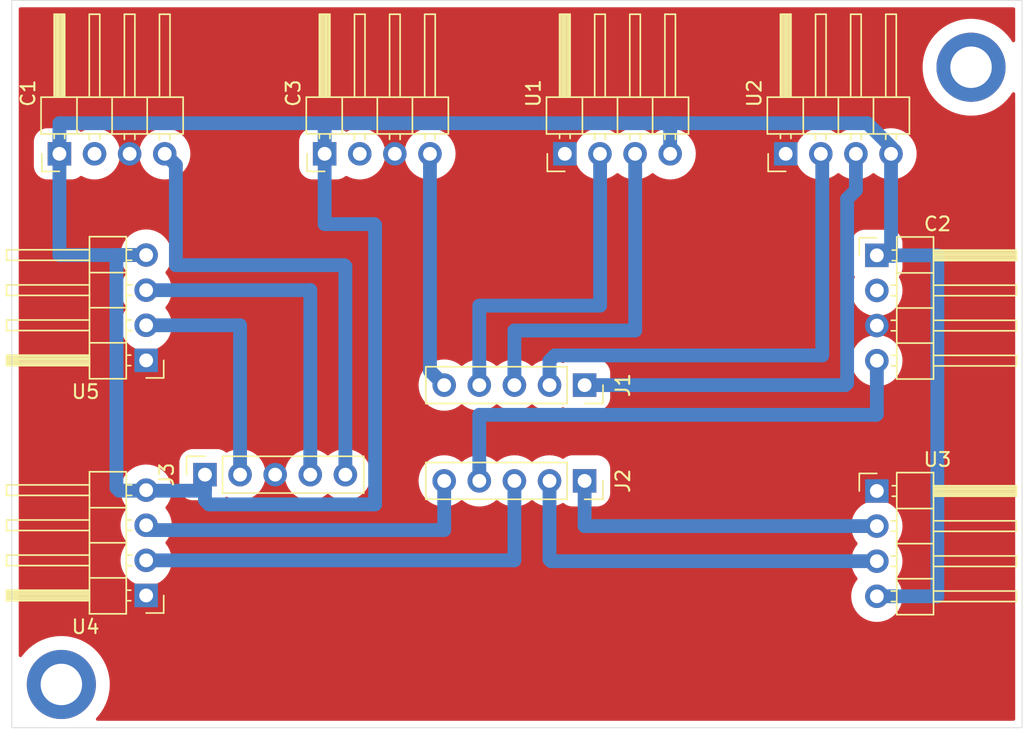
<source format=kicad_pcb>
(kicad_pcb (version 20240108) (generator "pcbnew") (generator_version "8.0")
  (layers (0 "F.Cu" signal) (31 "B.Cu" signal) (34 "B.Paste" user) (35 "F.Paste" user) (36 "B.SilkS" user "B.Silkscreen") (37 "F.SilkS" user "F.Silkscreen") (38 "B.Mask" user) (39 "F.Mask" user) (44 "Edge.Cuts" user))
  (net 0 "")
  (net 1 "CNY1")
  (net 3 "GND")
  (net 4 "+5V")
  (net 6 "CNY2")
  (net 8 "CNY3")
  (net 9 "TRIG1")
  (net 10 "ECHO1")
  (net 11 "ECHO2")
  (net 12 "TRIG2")
  (net 13 "TRIG3")
  (net 14 "ECHO3")
  (net 15 "ECHO4")
  (net 16 "TRIG4")
  (net 17 "TRIG5")
  (net 18 "ECHO5")
  (footprint "Connector_PinHeader_2.54mm:PinHeader_1x04_P2.54mm_Horizontal" (layer "F.Cu") (at 257.205 65.63)
    (property "Reference" "U3" (at 4.385 -2.27 360) (layer "F.SilkS"))
    (property "Value" "ULTRASONICO3")
    (fp_line (start -1.27 -1.27) (end 0 -1.27) (stroke (width 0.12)) (layer "F.SilkS"))
    (fp_line (start -1.27 0) (end -1.27 -1.27) (stroke (width 0.12)) (layer "F.SilkS"))
    (fp_line (start 1.042929 2.16) (end 1.44 2.16) (stroke (width 0.12)) (layer "F.SilkS"))
    (fp_line (start 1.042929 2.92) (end 1.44 2.92) (stroke (width 0.12)) (layer "F.SilkS"))
    (fp_line (start 1.042929 4.7) (end 1.44 4.7) (stroke (width 0.12)) (layer "F.SilkS"))
    (fp_line (start 1.042929 5.46) (end 1.44 5.46) (stroke (width 0.12)) (layer "F.SilkS"))
    (fp_line (start 1.042929 7.24) (end 1.44 7.24) (stroke (width 0.12)) (layer "F.SilkS"))
    (fp_line (start 1.042929 8) (end 1.44 8) (stroke (width 0.12)) (layer "F.SilkS"))
    (fp_line (start 1.11 -0.38) (end 1.44 -0.38) (stroke (width 0.12)) (layer "F.SilkS"))
    (fp_line (start 1.11 0.38) (end 1.44 0.38) (stroke (width 0.12)) (layer "F.SilkS"))
    (fp_line (start 1.44 -1.33) (end 1.44 8.95) (stroke (width 0.12)) (layer "F.SilkS"))
    (fp_line (start 1.44 1.27) (end 4.1 1.27) (stroke (width 0.12)) (layer "F.SilkS"))
    (fp_line (start 1.44 3.81) (end 4.1 3.81) (stroke (width 0.12)) (layer "F.SilkS"))
    (fp_line (start 1.44 6.35) (end 4.1 6.35) (stroke (width 0.12)) (layer "F.SilkS"))
    (fp_line (start 1.44 8.95) (end 4.1 8.95) (stroke (width 0.12)) (layer "F.SilkS"))
    (fp_line (start 4.1 -1.33) (end 1.44 -1.33) (stroke (width 0.12)) (layer "F.SilkS"))
    (fp_line (start 4.1 -0.38) (end 10.1 -0.38) (stroke (width 0.12)) (layer "F.SilkS"))
    (fp_line (start 4.1 -0.32) (end 10.1 -0.32) (stroke (width 0.12)) (layer "F.SilkS"))
    (fp_line (start 4.1 -0.2) (end 10.1 -0.2) (stroke (width 0.12)) (layer "F.SilkS"))
    (fp_line (start 4.1 -0.08) (end 10.1 -0.08) (stroke (width 0.12)) (layer "F.SilkS"))
    (fp_line (start 4.1 0.04) (end 10.1 0.04) (stroke (width 0.12)) (layer "F.SilkS"))
    (fp_line (start 4.1 0.16) (end 10.1 0.16) (stroke (width 0.12)) (layer "F.SilkS"))
    (fp_line (start 4.1 0.28) (end 10.1 0.28) (stroke (width 0.12)) (layer "F.SilkS"))
    (fp_line (start 4.1 2.16) (end 10.1 2.16) (stroke (width 0.12)) (layer "F.SilkS"))
    (fp_line (start 4.1 4.7) (end 10.1 4.7) (stroke (width 0.12)) (layer "F.SilkS"))
    (fp_line (start 4.1 7.24) (end 10.1 7.24) (stroke (width 0.12)) (layer "F.SilkS"))
    (fp_line (start 4.1 8.95) (end 4.1 -1.33) (stroke (width 0.12)) (layer "F.SilkS"))
    (fp_line (start 10.1 -0.38) (end 10.1 0.38) (stroke (width 0.12)) (layer "F.SilkS"))
    (fp_line (start 10.1 0.38) (end 4.1 0.38) (stroke (width 0.12)) (layer "F.SilkS"))
    (fp_line (start 10.1 2.16) (end 10.1 2.92) (stroke (width 0.12)) (layer "F.SilkS"))
    (fp_line (start 10.1 2.92) (end 4.1 2.92) (stroke (width 0.12)) (layer "F.SilkS"))
    (fp_line (start 10.1 4.7) (end 10.1 5.46) (stroke (width 0.12)) (layer "F.SilkS"))
    (fp_line (start 10.1 5.46) (end 4.1 5.46) (stroke (width 0.12)) (layer "F.SilkS"))
    (fp_line (start 10.1 7.24) (end 10.1 8) (stroke (width 0.12)) (layer "F.SilkS"))
    (fp_line (start 10.1 8) (end 4.1 8) (stroke (width 0.12)) (layer "F.SilkS"))
    (pad "1" thru_hole rect (at 0 0) (size 1.7 1.7) (drill 1) (layers "*.Cu" "*.Mask") (net 3 "GND"))
    (pad "2" thru_hole oval (at 0 2.54) (size 1.7 1.7) (drill 1) (layers "*.Cu" "*.Mask") (net 14 "ECHO3"))
    (pad "3" thru_hole oval (at 0 5.08) (size 1.7 1.7) (drill 1) (layers "*.Cu" "*.Mask") (net 13 "TRIG3"))
    (pad "4" thru_hole oval (at 0 7.62) (size 1.7 1.7) (drill 1) (layers "*.Cu" "*.Mask") (net 4 "+5V"))
  )
  (footprint "Connector_PinHeader_2.54mm:PinHeader_1x04_P2.54mm_Horizontal" (layer "F.Cu") (at 204.335 73.19 180)
    (property "Reference" "U4" (at 4.385 -2.27 180) (layer "F.SilkS"))
    (property "Value" "ULTRASONICO4")
    (fp_line (start 10.1 8) (end 4.1 8) (stroke (width 0.12)) (layer "F.SilkS"))
    (fp_line (start 10.1 7.24) (end 10.1 8) (stroke (width 0.12)) (layer "F.SilkS"))
    (fp_line (start 10.1 5.46) (end 4.1 5.46) (stroke (width 0.12)) (layer "F.SilkS"))
    (fp_line (start 10.1 4.7) (end 10.1 5.46) (stroke (width 0.12)) (layer "F.SilkS"))
    (fp_line (start 10.1 2.92) (end 4.1 2.92) (stroke (width 0.12)) (layer "F.SilkS"))
    (fp_line (start 10.1 2.16) (end 10.1 2.92) (stroke (width 0.12)) (layer "F.SilkS"))
    (fp_line (start 10.1 0.38) (end 4.1 0.38) (stroke (width 0.12)) (layer "F.SilkS"))
    (fp_line (start 10.1 -0.38) (end 10.1 0.38) (stroke (width 0.12)) (layer "F.SilkS"))
    (fp_line (start 4.1 8.95) (end 4.1 -1.33) (stroke (width 0.12)) (layer "F.SilkS"))
    (fp_line (start 4.1 7.24) (end 10.1 7.24) (stroke (width 0.12)) (layer "F.SilkS"))
    (fp_line (start 4.1 4.7) (end 10.1 4.7) (stroke (width 0.12)) (layer "F.SilkS"))
    (fp_line (start 4.1 2.16) (end 10.1 2.16) (stroke (width 0.12)) (layer "F.SilkS"))
    (fp_line (start 4.1 0.28) (end 10.1 0.28) (stroke (width 0.12)) (layer "F.SilkS"))
    (fp_line (start 4.1 0.16) (end 10.1 0.16) (stroke (width 0.12)) (layer "F.SilkS"))
    (fp_line (start 4.1 0.04) (end 10.1 0.04) (stroke (width 0.12)) (layer "F.SilkS"))
    (fp_line (start 4.1 -0.08) (end 10.1 -0.08) (stroke (width 0.12)) (layer "F.SilkS"))
    (fp_line (start 4.1 -0.2) (end 10.1 -0.2) (stroke (width 0.12)) (layer "F.SilkS"))
    (fp_line (start 4.1 -0.32) (end 10.1 -0.32) (stroke (width 0.12)) (layer "F.SilkS"))
    (fp_line (start 4.1 -0.38) (end 10.1 -0.38) (stroke (width 0.12)) (layer "F.SilkS"))
    (fp_line (start 4.1 -1.33) (end 1.44 -1.33) (stroke (width 0.12)) (layer "F.SilkS"))
    (fp_line (start 1.44 8.95) (end 4.1 8.95) (stroke (width 0.12)) (layer "F.SilkS"))
    (fp_line (start 1.44 6.35) (end 4.1 6.35) (stroke (width 0.12)) (layer "F.SilkS"))
    (fp_line (start 1.44 3.81) (end 4.1 3.81) (stroke (width 0.12)) (layer "F.SilkS"))
    (fp_line (start 1.44 1.27) (end 4.1 1.27) (stroke (width 0.12)) (layer "F.SilkS"))
    (fp_line (start 1.44 -1.33) (end 1.44 8.95) (stroke (width 0.12)) (layer "F.SilkS"))
    (fp_line (start 1.11 0.38) (end 1.44 0.38) (stroke (width 0.12)) (layer "F.SilkS"))
    (fp_line (start 1.11 -0.38) (end 1.44 -0.38) (stroke (width 0.12)) (layer "F.SilkS"))
    (fp_line (start 1.042929 8) (end 1.44 8) (stroke (width 0.12)) (layer "F.SilkS"))
    (fp_line (start 1.042929 7.24) (end 1.44 7.24) (stroke (width 0.12)) (layer "F.SilkS"))
    (fp_line (start 1.042929 5.46) (end 1.44 5.46) (stroke (width 0.12)) (layer "F.SilkS"))
    (fp_line (start 1.042929 4.7) (end 1.44 4.7) (stroke (width 0.12)) (layer "F.SilkS"))
    (fp_line (start 1.042929 2.92) (end 1.44 2.92) (stroke (width 0.12)) (layer "F.SilkS"))
    (fp_line (start 1.042929 2.16) (end 1.44 2.16) (stroke (width 0.12)) (layer "F.SilkS"))
    (fp_line (start -1.27 0) (end -1.27 -1.27) (stroke (width 0.12)) (layer "F.SilkS"))
    (fp_line (start -1.27 -1.27) (end 0 -1.27) (stroke (width 0.12)) (layer "F.SilkS"))
    (pad "1" thru_hole rect (at 0 0 180) (size 1.7 1.7) (drill 1) (layers "*.Cu" "*.Mask") (net 3 "GND"))
    (pad "2" thru_hole oval (at 0 2.54 180) (size 1.7 1.7) (drill 1) (layers "*.Cu" "*.Mask") (net 15 "ECHO4"))
    (pad "3" thru_hole oval (at 0 5.08 180) (size 1.7 1.7) (drill 1) (layers "*.Cu" "*.Mask") (net 16 "TRIG4"))
    (pad "4" thru_hole oval (at 0 7.62 180) (size 1.7 1.7) (drill 1) (layers "*.Cu" "*.Mask") (net 4 "+5V"))
  )
  (footprint "Connector_PinHeader_2.54mm:PinHeader_1x04_P2.54mm_Horizontal" (layer "F.Cu") (at 234.63 41.235 90)
    (property "Reference" "U1" (at 4.385 -2.27 270) (layer "F.SilkS"))
    (property "Value" "ULTRASONICO1")
    (fp_line (start 4.1 -1.33) (end 1.44 -1.33) (stroke (width 0.12)) (layer "F.SilkS"))
    (fp_line (start 1.44 -1.33) (end 1.44 8.95) (stroke (width 0.12)) (layer "F.SilkS"))
    (fp_line (start -1.27 -1.27) (end 0 -1.27) (stroke (width 0.12)) (layer "F.SilkS"))
    (fp_line (start 10.1 -0.38) (end 10.1 0.38) (stroke (width 0.12)) (layer "F.SilkS"))
    (fp_line (start 4.1 -0.38) (end 10.1 -0.38) (stroke (width 0.12)) (layer "F.SilkS"))
    (fp_line (start 1.11 -0.38) (end 1.44 -0.38) (stroke (width 0.12)) (layer "F.SilkS"))
    (fp_line (start 4.1 -0.32) (end 10.1 -0.32) (stroke (width 0.12)) (layer "F.SilkS"))
    (fp_line (start 4.1 -0.2) (end 10.1 -0.2) (stroke (width 0.12)) (layer "F.SilkS"))
    (fp_line (start 4.1 -0.08) (end 10.1 -0.08) (stroke (width 0.12)) (layer "F.SilkS"))
    (fp_line (start -1.27 0) (end -1.27 -1.27) (stroke (width 0.12)) (layer "F.SilkS"))
    (fp_line (start 4.1 0.04) (end 10.1 0.04) (stroke (width 0.12)) (layer "F.SilkS"))
    (fp_line (start 4.1 0.16) (end 10.1 0.16) (stroke (width 0.12)) (layer "F.SilkS"))
    (fp_line (start 4.1 0.28) (end 10.1 0.28) (stroke (width 0.12)) (layer "F.SilkS"))
    (fp_line (start 10.1 0.38) (end 4.1 0.38) (stroke (width 0.12)) (layer "F.SilkS"))
    (fp_line (start 1.11 0.38) (end 1.44 0.38) (stroke (width 0.12)) (layer "F.SilkS"))
    (fp_line (start 1.44 1.27) (end 4.1 1.27) (stroke (width 0.12)) (layer "F.SilkS"))
    (fp_line (start 10.1 2.16) (end 10.1 2.92) (stroke (width 0.12)) (layer "F.SilkS"))
    (fp_line (start 4.1 2.16) (end 10.1 2.16) (stroke (width 0.12)) (layer "F.SilkS"))
    (fp_line (start 1.042929 2.16) (end 1.44 2.16) (stroke (width 0.12)) (layer "F.SilkS"))
    (fp_line (start 10.1 2.92) (end 4.1 2.92) (stroke (width 0.12)) (layer "F.SilkS"))
    (fp_line (start 1.042929 2.92) (end 1.44 2.92) (stroke (width 0.12)) (layer "F.SilkS"))
    (fp_line (start 1.44 3.81) (end 4.1 3.81) (stroke (width 0.12)) (layer "F.SilkS"))
    (fp_line (start 10.1 4.7) (end 10.1 5.46) (stroke (width 0.12)) (layer "F.SilkS"))
    (fp_line (start 4.1 4.7) (end 10.1 4.7) (stroke (width 0.12)) (layer "F.SilkS"))
    (fp_line (start 1.042929 4.7) (end 1.44 4.7) (stroke (width 0.12)) (layer "F.SilkS"))
    (fp_line (start 10.1 5.46) (end 4.1 5.46) (stroke (width 0.12)) (layer "F.SilkS"))
    (fp_line (start 1.042929 5.46) (end 1.44 5.46) (stroke (width 0.12)) (layer "F.SilkS"))
    (fp_line (start 1.44 6.35) (end 4.1 6.35) (stroke (width 0.12)) (layer "F.SilkS"))
    (fp_line (start 10.1 7.24) (end 10.1 8) (stroke (width 0.12)) (layer "F.SilkS"))
    (fp_line (start 4.1 7.24) (end 10.1 7.24) (stroke (width 0.12)) (layer "F.SilkS"))
    (fp_line (start 1.042929 7.24) (end 1.44 7.24) (stroke (width 0.12)) (layer "F.SilkS"))
    (fp_line (start 10.1 8) (end 4.1 8) (stroke (width 0.12)) (layer "F.SilkS"))
    (fp_line (start 1.042929 8) (end 1.44 8) (stroke (width 0.12)) (layer "F.SilkS"))
    (fp_line (start 4.1 8.95) (end 4.1 -1.33) (stroke (width 0.12)) (layer "F.SilkS"))
    (fp_line (start 1.44 8.95) (end 4.1 8.95) (stroke (width 0.12)) (layer "F.SilkS"))
    (pad "1" thru_hole rect (at 0 0 90) (size 1.7 1.7) (drill 1) (layers "*.Cu" "*.Mask") (net 3 "GND"))
    (pad "2" thru_hole oval (at 0 2.54 90) (size 1.7 1.7) (drill 1) (layers "*.Cu" "*.Mask") (net 10 "ECHO1"))
    (pad "3" thru_hole oval (at 0 5.08 90) (size 1.7 1.7) (drill 1) (layers "*.Cu" "*.Mask") (net 9 "TRIG1"))
    (pad "4" thru_hole oval (at 0 7.62 90) (size 1.7 1.7) (drill 1) (layers "*.Cu" "*.Mask") (net 4 "+5V"))
  )
  (footprint "Connector_PinSocket_2.54mm:PinSocket_1x05_P2.54mm_Vertical" (layer "F.Cu") (at 208.59 64.45 90)
    (property "Reference" "J3" (at 0 -2.77 270) (layer "F.SilkS"))
    (property "Value" "Conn_01x05")
    (fp_line (start 1.33 -1.33) (end 1.33 0) (stroke (width 0.12)) (layer "F.SilkS"))
    (fp_line (start 0 -1.33) (end 1.33 -1.33) (stroke (width 0.12)) (layer "F.SilkS"))
    (fp_line (start 1.33 1.27) (end 1.33 11.49) (stroke (width 0.12)) (layer "F.SilkS"))
    (fp_line (start -1.33 1.27) (end 1.33 1.27) (stroke (width 0.12)) (layer "F.SilkS"))
    (fp_line (start -1.33 1.27) (end -1.33 11.49) (stroke (width 0.12)) (layer "F.SilkS"))
    (fp_line (start -1.33 11.49) (end 1.33 11.49) (stroke (width 0.12)) (layer "F.SilkS"))
    (pad "1" thru_hole rect (at 0 0 90) (size 1.7 1.7) (drill 1) (layers "*.Cu" "*.Mask") (net 4 "+5V"))
    (pad "2" thru_hole oval (at 0 2.54 90) (size 1.7 1.7) (drill 1) (layers "*.Cu" "*.Mask") (net 18 "ECHO5"))
    (pad "3" thru_hole oval (at 0 5.08 90) (size 1.7 1.7) (drill 1) (layers "*.Cu" "*.Mask") (net 3 "GND"))
    (pad "4" thru_hole oval (at 0 7.62 90) (size 1.7 1.7) (drill 1) (layers "*.Cu" "*.Mask") (net 17 "TRIG5"))
    (pad "5" thru_hole oval (at 0 10.16 90) (size 1.7 1.7) (drill 1) (layers "*.Cu" "*.Mask") (net 1 "CNY1"))
  )
  (footprint "Connector_PinHeader_2.54mm:PinHeader_1x04_P2.54mm_Horizontal" (layer "F.Cu") (at 217.25 41.235 90)
    (property "Reference" "C3" (at 4.385 -2.27 270) (layer "F.SilkS"))
    (property "Value" "CNY3")
    (fp_line (start 4.1 -1.33) (end 1.44 -1.33) (stroke (width 0.12)) (layer "F.SilkS"))
    (fp_line (start 1.44 -1.33) (end 1.44 8.95) (stroke (width 0.12)) (layer "F.SilkS"))
    (fp_line (start -1.27 -1.27) (end 0 -1.27) (stroke (width 0.12)) (layer "F.SilkS"))
    (fp_line (start 10.1 -0.38) (end 10.1 0.38) (stroke (width 0.12)) (layer "F.SilkS"))
    (fp_line (start 4.1 -0.38) (end 10.1 -0.38) (stroke (width 0.12)) (layer "F.SilkS"))
    (fp_line (start 1.11 -0.38) (end 1.44 -0.38) (stroke (width 0.12)) (layer "F.SilkS"))
    (fp_line (start 4.1 -0.32) (end 10.1 -0.32) (stroke (width 0.12)) (layer "F.SilkS"))
    (fp_line (start 4.1 -0.2) (end 10.1 -0.2) (stroke (width 0.12)) (layer "F.SilkS"))
    (fp_line (start 4.1 -0.08) (end 10.1 -0.08) (stroke (width 0.12)) (layer "F.SilkS"))
    (fp_line (start -1.27 0) (end -1.27 -1.27) (stroke (width 0.12)) (layer "F.SilkS"))
    (fp_line (start 4.1 0.04) (end 10.1 0.04) (stroke (width 0.12)) (layer "F.SilkS"))
    (fp_line (start 4.1 0.16) (end 10.1 0.16) (stroke (width 0.12)) (layer "F.SilkS"))
    (fp_line (start 4.1 0.28) (end 10.1 0.28) (stroke (width 0.12)) (layer "F.SilkS"))
    (fp_line (start 10.1 0.38) (end 4.1 0.38) (stroke (width 0.12)) (layer "F.SilkS"))
    (fp_line (start 1.11 0.38) (end 1.44 0.38) (stroke (width 0.12)) (layer "F.SilkS"))
    (fp_line (start 1.44 1.27) (end 4.1 1.27) (stroke (width 0.12)) (layer "F.SilkS"))
    (fp_line (start 10.1 2.16) (end 10.1 2.92) (stroke (width 0.12)) (layer "F.SilkS"))
    (fp_line (start 4.1 2.16) (end 10.1 2.16) (stroke (width 0.12)) (layer "F.SilkS"))
    (fp_line (start 1.042929 2.16) (end 1.44 2.16) (stroke (width 0.12)) (layer "F.SilkS"))
    (fp_line (start 10.1 2.92) (end 4.1 2.92) (stroke (width 0.12)) (layer "F.SilkS"))
    (fp_line (start 1.042929 2.92) (end 1.44 2.92) (stroke (width 0.12)) (layer "F.SilkS"))
    (fp_line (start 1.44 3.81) (end 4.1 3.81) (stroke (width 0.12)) (layer "F.SilkS"))
    (fp_line (start 10.1 4.7) (end 10.1 5.46) (stroke (width 0.12)) (layer "F.SilkS"))
    (fp_line (start 4.1 4.7) (end 10.1 4.7) (stroke (width 0.12)) (layer "F.SilkS"))
    (fp_line (start 1.042929 4.7) (end 1.44 4.7) (stroke (width 0.12)) (layer "F.SilkS"))
    (fp_line (start 10.1 5.46) (end 4.1 5.46) (stroke (width 0.12)) (layer "F.SilkS"))
    (fp_line (start 1.042929 5.46) (end 1.44 5.46) (stroke (width 0.12)) (layer "F.SilkS"))
    (fp_line (start 1.44 6.35) (end 4.1 6.35) (stroke (width 0.12)) (layer "F.SilkS"))
    (fp_line (start 10.1 7.24) (end 10.1 8) (stroke (width 0.12)) (layer "F.SilkS"))
    (fp_line (start 4.1 7.24) (end 10.1 7.24) (stroke (width 0.12)) (layer "F.SilkS"))
    (fp_line (start 1.042929 7.24) (end 1.44 7.24) (stroke (width 0.12)) (layer "F.SilkS"))
    (fp_line (start 10.1 8) (end 4.1 8) (stroke (width 0.12)) (layer "F.SilkS"))
    (fp_line (start 1.042929 8) (end 1.44 8) (stroke (width 0.12)) (layer "F.SilkS"))
    (fp_line (start 4.1 8.95) (end 4.1 -1.33) (stroke (width 0.12)) (layer "F.SilkS"))
    (fp_line (start 1.44 8.95) (end 4.1 8.95) (stroke (width 0.12)) (layer "F.SilkS"))
    (pad "1" thru_hole rect (at 0 0 90) (size 1.7 1.7) (drill 1) (layers "*.Cu" "*.Mask") (net 4 "+5V"))
    (pad "2" thru_hole oval (at 0 2.54 90) (size 1.7 1.7) (drill 1) (layers "*.Cu" "*.Mask"))
    (pad "3" thru_hole oval (at 0 5.08 90) (size 1.7 1.7) (drill 1) (layers "*.Cu" "*.Mask") (net 3 "GND"))
    (pad "4" thru_hole oval (at 0 7.62 90) (size 1.7 1.7) (drill 1) (layers "*.Cu" "*.Mask") (net 8 "CNY3"))
  )
  (footprint "Connector_PinSocket_2.54mm:PinSocket_1x05_P2.54mm_Vertical" (layer "F.Cu") (at 236.06 64.9 -90)
    (property "Reference" "J2" (at 0 -2.77 90) (layer "F.SilkS"))
    (property "Value" "Conn_01x05")
    (fp_line (start -1.33 11.49) (end 1.33 11.49) (stroke (width 0.12)) (layer "F.SilkS"))
    (fp_line (start -1.33 1.27) (end -1.33 11.49) (stroke (width 0.12)) (layer "F.SilkS"))
    (fp_line (start -1.33 1.27) (end 1.33 1.27) (stroke (width 0.12)) (layer "F.SilkS"))
    (fp_line (start 1.33 1.27) (end 1.33 11.49) (stroke (width 0.12)) (layer "F.SilkS"))
    (fp_line (start 0 -1.33) (end 1.33 -1.33) (stroke (width 0.12)) (layer "F.SilkS"))
    (fp_line (start 1.33 -1.33) (end 1.33 0) (stroke (width 0.12)) (layer "F.SilkS"))
    (pad "1" thru_hole rect (at 0 0 270) (size 1.7 1.7) (drill 1) (layers "*.Cu" "*.Mask") (net 14 "ECHO3"))
    (pad "2" thru_hole oval (at 0 2.54 270) (size 1.7 1.7) (drill 1) (layers "*.Cu" "*.Mask") (net 13 "TRIG3"))
    (pad "3" thru_hole oval (at 0 5.08 270) (size 1.7 1.7) (drill 1) (layers "*.Cu" "*.Mask") (net 15 "ECHO4"))
    (pad "4" thru_hole oval (at 0 7.62 270) (size 1.7 1.7) (drill 1) (layers "*.Cu" "*.Mask") (net 6 "CNY2"))
    (pad "5" thru_hole oval (at 0 10.16 270) (size 1.7 1.7) (drill 1) (layers "*.Cu" "*.Mask") (net 16 "TRIG4"))
  )
  (footprint "Connector_PinHeader_2.54mm:PinHeader_1x04_P2.54mm_Horizontal" (layer "F.Cu") (at 198.06 41.235 90)
    (property "Reference" "C1" (at 4.385 -2.27 270) (layer "F.SilkS"))
    (property "Value" "CNY1")
    (fp_line (start 4.1 -1.33) (end 1.44 -1.33) (stroke (width 0.12)) (layer "F.SilkS"))
    (fp_line (start 1.44 -1.33) (end 1.44 8.95) (stroke (width 0.12)) (layer "F.SilkS"))
    (fp_line (start -1.27 -1.27) (end 0 -1.27) (stroke (width 0.12)) (layer "F.SilkS"))
    (fp_line (start 10.1 -0.38) (end 10.1 0.38) (stroke (width 0.12)) (layer "F.SilkS"))
    (fp_line (start 4.1 -0.38) (end 10.1 -0.38) (stroke (width 0.12)) (layer "F.SilkS"))
    (fp_line (start 1.11 -0.38) (end 1.44 -0.38) (stroke (width 0.12)) (layer "F.SilkS"))
    (fp_line (start 4.1 -0.32) (end 10.1 -0.32) (stroke (width 0.12)) (layer "F.SilkS"))
    (fp_line (start 4.1 -0.2) (end 10.1 -0.2) (stroke (width 0.12)) (layer "F.SilkS"))
    (fp_line (start 4.1 -0.08) (end 10.1 -0.08) (stroke (width 0.12)) (layer "F.SilkS"))
    (fp_line (start -1.27 0) (end -1.27 -1.27) (stroke (width 0.12)) (layer "F.SilkS"))
    (fp_line (start 4.1 0.04) (end 10.1 0.04) (stroke (width 0.12)) (layer "F.SilkS"))
    (fp_line (start 4.1 0.16) (end 10.1 0.16) (stroke (width 0.12)) (layer "F.SilkS"))
    (fp_line (start 4.1 0.28) (end 10.1 0.28) (stroke (width 0.12)) (layer "F.SilkS"))
    (fp_line (start 10.1 0.38) (end 4.1 0.38) (stroke (width 0.12)) (layer "F.SilkS"))
    (fp_line (start 1.11 0.38) (end 1.44 0.38) (stroke (width 0.12)) (layer "F.SilkS"))
    (fp_line (start 1.44 1.27) (end 4.1 1.27) (stroke (width 0.12)) (layer "F.SilkS"))
    (fp_line (start 10.1 2.16) (end 10.1 2.92) (stroke (width 0.12)) (layer "F.SilkS"))
    (fp_line (start 4.1 2.16) (end 10.1 2.16) (stroke (width 0.12)) (layer "F.SilkS"))
    (fp_line (start 1.042929 2.16) (end 1.44 2.16) (stroke (width 0.12)) (layer "F.SilkS"))
    (fp_line (start 10.1 2.92) (end 4.1 2.92) (stroke (width 0.12)) (layer "F.SilkS"))
    (fp_line (start 1.042929 2.92) (end 1.44 2.92) (stroke (width 0.12)) (layer "F.SilkS"))
    (fp_line (start 1.44 3.81) (end 4.1 3.81) (stroke (width 0.12)) (layer "F.SilkS"))
    (fp_line (start 10.1 4.7) (end 10.1 5.46) (stroke (width 0.12)) (layer "F.SilkS"))
    (fp_line (start 4.1 4.7) (end 10.1 4.7) (stroke (width 0.12)) (layer "F.SilkS"))
    (fp_line (start 1.042929 4.7) (end 1.44 4.7) (stroke (width 0.12)) (layer "F.SilkS"))
    (fp_line (start 10.1 5.46) (end 4.1 5.46) (stroke (width 0.12)) (layer "F.SilkS"))
    (fp_line (start 1.042929 5.46) (end 1.44 5.46) (stroke (width 0.12)) (layer "F.SilkS"))
    (fp_line (start 1.44 6.35) (end 4.1 6.35) (stroke (width 0.12)) (layer "F.SilkS"))
    (fp_line (start 10.1 7.24) (end 10.1 8) (stroke (width 0.12)) (layer "F.SilkS"))
    (fp_line (start 4.1 7.24) (end 10.1 7.24) (stroke (width 0.12)) (layer "F.SilkS"))
    (fp_line (start 1.042929 7.24) (end 1.44 7.24) (stroke (width 0.12)) (layer "F.SilkS"))
    (fp_line (start 10.1 8) (end 4.1 8) (stroke (width 0.12)) (layer "F.SilkS"))
    (fp_line (start 1.042929 8) (end 1.44 8) (stroke (width 0.12)) (layer "F.SilkS"))
    (fp_line (start 4.1 8.95) (end 4.1 -1.33) (stroke (width 0.12)) (layer "F.SilkS"))
    (fp_line (start 1.44 8.95) (end 4.1 8.95) (stroke (width 0.12)) (layer "F.SilkS"))
    (pad "1" thru_hole rect (at 0 0 90) (size 1.7 1.7) (drill 1) (layers "*.Cu" "*.Mask") (net 4 "+5V"))
    (pad "2" thru_hole oval (at 0 2.54 90) (size 1.7 1.7) (drill 1) (layers "*.Cu" "*.Mask"))
    (pad "3" thru_hole oval (at 0 5.08 90) (size 1.7 1.7) (drill 1) (layers "*.Cu" "*.Mask") (net 3 "GND"))
    (pad "4" thru_hole oval (at 0 7.62 90) (size 1.7 1.7) (drill 1) (layers "*.Cu" "*.Mask") (net 1 "CNY1"))
  )
  (footprint "Connector_PinHeader_2.54mm:PinHeader_1x04_P2.54mm_Horizontal" (layer "F.Cu") (at 257.205 48.58)
    (property "Reference" "C2" (at 4.385 -2.27 360) (layer "F.SilkS"))
    (property "Value" "CNY2")
    (fp_line (start -1.27 -1.27) (end 0 -1.27) (stroke (width 0.12)) (layer "F.SilkS"))
    (fp_line (start -1.27 0) (end -1.27 -1.27) (stroke (width 0.12)) (layer "F.SilkS"))
    (fp_line (start 1.042929 2.16) (end 1.44 2.16) (stroke (width 0.12)) (layer "F.SilkS"))
    (fp_line (start 1.042929 2.92) (end 1.44 2.92) (stroke (width 0.12)) (layer "F.SilkS"))
    (fp_line (start 1.042929 4.7) (end 1.44 4.7) (stroke (width 0.12)) (layer "F.SilkS"))
    (fp_line (start 1.042929 5.46) (end 1.44 5.46) (stroke (width 0.12)) (layer "F.SilkS"))
    (fp_line (start 1.042929 7.24) (end 1.44 7.24) (stroke (width 0.12)) (layer "F.SilkS"))
    (fp_line (start 1.042929 8) (end 1.44 8) (stroke (width 0.12)) (layer "F.SilkS"))
    (fp_line (start 1.11 -0.38) (end 1.44 -0.38) (stroke (width 0.12)) (layer "F.SilkS"))
    (fp_line (start 1.11 0.38) (end 1.44 0.38) (stroke (width 0.12)) (layer "F.SilkS"))
    (fp_line (start 1.44 -1.33) (end 1.44 8.95) (stroke (width 0.12)) (layer "F.SilkS"))
    (fp_line (start 1.44 1.27) (end 4.1 1.27) (stroke (width 0.12)) (layer "F.SilkS"))
    (fp_line (start 1.44 3.81) (end 4.1 3.81) (stroke (width 0.12)) (layer "F.SilkS"))
    (fp_line (start 1.44 6.35) (end 4.1 6.35) (stroke (width 0.12)) (layer "F.SilkS"))
    (fp_line (start 1.44 8.95) (end 4.1 8.95) (stroke (width 0.12)) (layer "F.SilkS"))
    (fp_line (start 4.1 -1.33) (end 1.44 -1.33) (stroke (width 0.12)) (layer "F.SilkS"))
    (fp_line (start 4.1 -0.38) (end 10.1 -0.38) (stroke (width 0.12)) (layer "F.SilkS"))
    (fp_line (start 4.1 -0.32) (end 10.1 -0.32) (stroke (width 0.12)) (layer "F.SilkS"))
    (fp_line (start 4.1 -0.2) (end 10.1 -0.2) (stroke (width 0.12)) (layer "F.SilkS"))
    (fp_line (start 4.1 -0.08) (end 10.1 -0.08) (stroke (width 0.12)) (layer "F.SilkS"))
    (fp_line (start 4.1 0.04) (end 10.1 0.04) (stroke (width 0.12)) (layer "F.SilkS"))
    (fp_line (start 4.1 0.16) (end 10.1 0.16) (stroke (width 0.12)) (layer "F.SilkS"))
    (fp_line (start 4.1 0.28) (end 10.1 0.28) (stroke (width 0.12)) (layer "F.SilkS"))
    (fp_line (start 4.1 2.16) (end 10.1 2.16) (stroke (width 0.12)) (layer "F.SilkS"))
    (fp_line (start 4.1 4.7) (end 10.1 4.7) (stroke (width 0.12)) (layer "F.SilkS"))
    (fp_line (start 4.1 7.24) (end 10.1 7.24) (stroke (width 0.12)) (layer "F.SilkS"))
    (fp_line (start 4.1 8.95) (end 4.1 -1.33) (stroke (width 0.12)) (layer "F.SilkS"))
    (fp_line (start 10.1 -0.38) (end 10.1 0.38) (stroke (width 0.12)) (layer "F.SilkS"))
    (fp_line (start 10.1 0.38) (end 4.1 0.38) (stroke (width 0.12)) (layer "F.SilkS"))
    (fp_line (start 10.1 2.16) (end 10.1 2.92) (stroke (width 0.12)) (layer "F.SilkS"))
    (fp_line (start 10.1 2.92) (end 4.1 2.92) (stroke (width 0.12)) (layer "F.SilkS"))
    (fp_line (start 10.1 4.7) (end 10.1 5.46) (stroke (width 0.12)) (layer "F.SilkS"))
    (fp_line (start 10.1 5.46) (end 4.1 5.46) (stroke (width 0.12)) (layer "F.SilkS"))
    (fp_line (start 10.1 7.24) (end 10.1 8) (stroke (width 0.12)) (layer "F.SilkS"))
    (fp_line (start 10.1 8) (end 4.1 8) (stroke (width 0.12)) (layer "F.SilkS"))
    (pad "1" thru_hole rect (at 0 0) (size 1.7 1.7) (drill 1) (layers "*.Cu" "*.Mask") (net 4 "+5V"))
    (pad "2" thru_hole oval (at 0 2.54) (size 1.7 1.7) (drill 1) (layers "*.Cu" "*.Mask"))
    (pad "3" thru_hole oval (at 0 5.08) (size 1.7 1.7) (drill 1) (layers "*.Cu" "*.Mask") (net 3 "GND"))
    (pad "4" thru_hole oval (at 0 7.62) (size 1.7 1.7) (drill 1) (layers "*.Cu" "*.Mask") (net 6 "CNY2"))
  )
  (footprint "Connector_PinSocket_2.54mm:PinSocket_1x05_P2.54mm_Vertical" (layer "F.Cu") (at 236.06 57.97 -90)
    (property "Reference" "J1" (at 0 -2.77 90) (layer "F.SilkS"))
    (property "Value" "Conn_01x05")
    (fp_line (start -1.33 11.49) (end 1.33 11.49) (stroke (width 0.12)) (layer "F.SilkS"))
    (fp_line (start -1.33 1.27) (end -1.33 11.49) (stroke (width 0.12)) (layer "F.SilkS"))
    (fp_line (start -1.33 1.27) (end 1.33 1.27) (stroke (width 0.12)) (layer "F.SilkS"))
    (fp_line (start 1.33 1.27) (end 1.33 11.49) (stroke (width 0.12)) (layer "F.SilkS"))
    (fp_line (start 0 -1.33) (end 1.33 -1.33) (stroke (width 0.12)) (layer "F.SilkS"))
    (fp_line (start 1.33 -1.33) (end 1.33 0) (stroke (width 0.12)) (layer "F.SilkS"))
    (pad "1" thru_hole rect (at 0 0 270) (size 1.7 1.7) (drill 1) (layers "*.Cu" "*.Mask") (net 12 "TRIG2"))
    (pad "2" thru_hole oval (at 0 2.54 270) (size 1.7 1.7) (drill 1) (layers "*.Cu" "*.Mask") (net 11 "ECHO2"))
    (pad "3" thru_hole oval (at 0 5.08 270) (size 1.7 1.7) (drill 1) (layers "*.Cu" "*.Mask") (net 9 "TRIG1"))
    (pad "4" thru_hole oval (at 0 7.62 270) (size 1.7 1.7) (drill 1) (layers "*.Cu" "*.Mask") (net 10 "ECHO1"))
    (pad "5" thru_hole oval (at 0 10.16 270) (size 1.7 1.7) (drill 1) (layers "*.Cu" "*.Mask") (net 8 "CNY3"))
  )
  (footprint "Connector_PinHeader_2.54mm:PinHeader_1x04_P2.54mm_Horizontal" (layer "F.Cu") (at 204.335 56.18 180)
    (property "Reference" "U5" (at 4.385 -2.27 180) (layer "F.SilkS"))
    (property "Value" "ULTRASONICO5")
    (fp_line (start 10.1 8) (end 4.1 8) (stroke (width 0.12)) (layer "F.SilkS"))
    (fp_line (start 10.1 7.24) (end 10.1 8) (stroke (width 0.12)) (layer "F.SilkS"))
    (fp_line (start 10.1 5.46) (end 4.1 5.46) (stroke (width 0.12)) (layer "F.SilkS"))
    (fp_line (start 10.1 4.7) (end 10.1 5.46) (stroke (width 0.12)) (layer "F.SilkS"))
    (fp_line (start 10.1 2.92) (end 4.1 2.92) (stroke (width 0.12)) (layer "F.SilkS"))
    (fp_line (start 10.1 2.16) (end 10.1 2.92) (stroke (width 0.12)) (layer "F.SilkS"))
    (fp_line (start 10.1 0.38) (end 4.1 0.38) (stroke (width 0.12)) (layer "F.SilkS"))
    (fp_line (start 10.1 -0.38) (end 10.1 0.38) (stroke (width 0.12)) (layer "F.SilkS"))
    (fp_line (start 4.1 8.95) (end 4.1 -1.33) (stroke (width 0.12)) (layer "F.SilkS"))
    (fp_line (start 4.1 7.24) (end 10.1 7.24) (stroke (width 0.12)) (layer "F.SilkS"))
    (fp_line (start 4.1 4.7) (end 10.1 4.7) (stroke (width 0.12)) (layer "F.SilkS"))
    (fp_line (start 4.1 2.16) (end 10.1 2.16) (stroke (width 0.12)) (layer "F.SilkS"))
    (fp_line (start 4.1 0.28) (end 10.1 0.28) (stroke (width 0.12)) (layer "F.SilkS"))
    (fp_line (start 4.1 0.16) (end 10.1 0.16) (stroke (width 0.12)) (layer "F.SilkS"))
    (fp_line (start 4.1 0.04) (end 10.1 0.04) (stroke (width 0.12)) (layer "F.SilkS"))
    (fp_line (start 4.1 -0.08) (end 10.1 -0.08) (stroke (width 0.12)) (layer "F.SilkS"))
    (fp_line (start 4.1 -0.2) (end 10.1 -0.2) (stroke (width 0.12)) (layer "F.SilkS"))
    (fp_line (start 4.1 -0.32) (end 10.1 -0.32) (stroke (width 0.12)) (layer "F.SilkS"))
    (fp_line (start 4.1 -0.38) (end 10.1 -0.38) (stroke (width 0.12)) (layer "F.SilkS"))
    (fp_line (start 4.1 -1.33) (end 1.44 -1.33) (stroke (width 0.12)) (layer "F.SilkS"))
    (fp_line (start 1.44 8.95) (end 4.1 8.95) (stroke (width 0.12)) (layer "F.SilkS"))
    (fp_line (start 1.44 6.35) (end 4.1 6.35) (stroke (width 0.12)) (layer "F.SilkS"))
    (fp_line (start 1.44 3.81) (end 4.1 3.81) (stroke (width 0.12)) (layer "F.SilkS"))
    (fp_line (start 1.44 1.27) (end 4.1 1.27) (stroke (width 0.12)) (layer "F.SilkS"))
    (fp_line (start 1.44 -1.33) (end 1.44 8.95) (stroke (width 0.12)) (layer "F.SilkS"))
    (fp_line (start 1.11 0.38) (end 1.44 0.38) (stroke (width 0.12)) (layer "F.SilkS"))
    (fp_line (start 1.11 -0.38) (end 1.44 -0.38) (stroke (width 0.12)) (layer "F.SilkS"))
    (fp_line (start 1.042929 8) (end 1.44 8) (stroke (width 0.12)) (layer "F.SilkS"))
    (fp_line (start 1.042929 7.24) (end 1.44 7.24) (stroke (width 0.12)) (layer "F.SilkS"))
    (fp_line (start 1.042929 5.46) (end 1.44 5.46) (stroke (width 0.12)) (layer "F.SilkS"))
    (fp_line (start 1.042929 4.7) (end 1.44 4.7) (stroke (width 0.12)) (layer "F.SilkS"))
    (fp_line (start 1.042929 2.92) (end 1.44 2.92) (stroke (width 0.12)) (layer "F.SilkS"))
    (fp_line (start 1.042929 2.16) (end 1.44 2.16) (stroke (width 0.12)) (layer "F.SilkS"))
    (fp_line (start -1.27 0) (end -1.27 -1.27) (stroke (width 0.12)) (layer "F.SilkS"))
    (fp_line (start -1.27 -1.27) (end 0 -1.27) (stroke (width 0.12)) (layer "F.SilkS"))
    (pad "1" thru_hole rect (at 0 0 180) (size 1.7 1.7) (drill 1) (layers "*.Cu" "*.Mask") (net 3 "GND"))
    (pad "2" thru_hole oval (at 0 2.54 180) (size 1.7 1.7) (drill 1) (layers "*.Cu" "*.Mask") (net 18 "ECHO5"))
    (pad "3" thru_hole oval (at 0 5.08 180) (size 1.7 1.7) (drill 1) (layers "*.Cu" "*.Mask") (net 17 "TRIG5"))
    (pad "4" thru_hole oval (at 0 7.62 180) (size 1.7 1.7) (drill 1) (layers "*.Cu" "*.Mask") (net 4 "+5V"))
  )
  (footprint "Connector_PinHeader_2.54mm:PinHeader_1x04_P2.54mm_Horizontal" (layer "F.Cu") (at 250.61 41.235 90)
    (property "Reference" "U2" (at 4.385 -2.27 270) (layer "F.SilkS"))
    (property "Value" "ULTRASONICO2")
    (fp_line (start 4.1 -1.33) (end 1.44 -1.33) (stroke (width 0.12)) (layer "F.SilkS"))
    (fp_line (start 1.44 -1.33) (end 1.44 8.95) (stroke (width 0.12)) (layer "F.SilkS"))
    (fp_line (start -1.27 -1.27) (end 0 -1.27) (stroke (width 0.12)) (layer "F.SilkS"))
    (fp_line (start 10.1 -0.38) (end 10.1 0.38) (stroke (width 0.12)) (layer "F.SilkS"))
    (fp_line (start 4.1 -0.38) (end 10.1 -0.38) (stroke (width 0.12)) (layer "F.SilkS"))
    (fp_line (start 1.11 -0.38) (end 1.44 -0.38) (stroke (width 0.12)) (layer "F.SilkS"))
    (fp_line (start 4.1 -0.32) (end 10.1 -0.32) (stroke (width 0.12)) (layer "F.SilkS"))
    (fp_line (start 4.1 -0.2) (end 10.1 -0.2) (stroke (width 0.12)) (layer "F.SilkS"))
    (fp_line (start 4.1 -0.08) (end 10.1 -0.08) (stroke (width 0.12)) (layer "F.SilkS"))
    (fp_line (start -1.27 0) (end -1.27 -1.27) (stroke (width 0.12)) (layer "F.SilkS"))
    (fp_line (start 4.1 0.04) (end 10.1 0.04) (stroke (width 0.12)) (layer "F.SilkS"))
    (fp_line (start 4.1 0.16) (end 10.1 0.16) (stroke (width 0.12)) (layer "F.SilkS"))
    (fp_line (start 4.1 0.28) (end 10.1 0.28) (stroke (width 0.12)) (layer "F.SilkS"))
    (fp_line (start 10.1 0.38) (end 4.1 0.38) (stroke (width 0.12)) (layer "F.SilkS"))
    (fp_line (start 1.11 0.38) (end 1.44 0.38) (stroke (width 0.12)) (layer "F.SilkS"))
    (fp_line (start 1.44 1.27) (end 4.1 1.27) (stroke (width 0.12)) (layer "F.SilkS"))
    (fp_line (start 10.1 2.16) (end 10.1 2.92) (stroke (width 0.12)) (layer "F.SilkS"))
    (fp_line (start 4.1 2.16) (end 10.1 2.16) (stroke (width 0.12)) (layer "F.SilkS"))
    (fp_line (start 1.042929 2.16) (end 1.44 2.16) (stroke (width 0.12)) (layer "F.SilkS"))
    (fp_line (start 10.1 2.92) (end 4.1 2.92) (stroke (width 0.12)) (layer "F.SilkS"))
    (fp_line (start 1.042929 2.92) (end 1.44 2.92) (stroke (width 0.12)) (layer "F.SilkS"))
    (fp_line (start 1.44 3.81) (end 4.1 3.81) (stroke (width 0.12)) (layer "F.SilkS"))
    (fp_line (start 10.1 4.7) (end 10.1 5.46) (stroke (width 0.12)) (layer "F.SilkS"))
    (fp_line (start 4.1 4.7) (end 10.1 4.7) (stroke (width 0.12)) (layer "F.SilkS"))
    (fp_line (start 1.042929 4.7) (end 1.44 4.7) (stroke (width 0.12)) (layer "F.SilkS"))
    (fp_line (start 10.1 5.46) (end 4.1 5.46) (stroke (width 0.12)) (layer "F.SilkS"))
    (fp_line (start 1.042929 5.46) (end 1.44 5.46) (stroke (width 0.12)) (layer "F.SilkS"))
    (fp_line (start 1.44 6.35) (end 4.1 6.35) (stroke (width 0.12)) (layer "F.SilkS"))
    (fp_line (start 10.1 7.24) (end 10.1 8) (stroke (width 0.12)) (layer "F.SilkS"))
    (fp_line (start 4.1 7.24) (end 10.1 7.24) (stroke (width 0.12)) (layer "F.SilkS"))
    (fp_line (start 1.042929 7.24) (end 1.44 7.24) (stroke (width 0.12)) (layer "F.SilkS"))
    (fp_line (start 10.1 8) (end 4.1 8) (stroke (width 0.12)) (layer "F.SilkS"))
    (fp_line (start 1.042929 8) (end 1.44 8) (stroke (width 0.12)) (layer "F.SilkS"))
    (fp_line (start 4.1 8.95) (end 4.1 -1.33) (stroke (width 0.12)) (layer "F.SilkS"))
    (fp_line (start 1.44 8.95) (end 4.1 8.95) (stroke (width 0.12)) (layer "F.SilkS"))
    (pad "1" thru_hole rect (at 0 0 90) (size 1.7 1.7) (drill 1) (layers "*.Cu" "*.Mask") (net 3 "GND"))
    (pad "2" thru_hole oval (at 0 2.54 90) (size 1.7 1.7) (drill 1) (layers "*.Cu" "*.Mask") (net 11 "ECHO2"))
    (pad "3" thru_hole oval (at 0 5.08 90) (size 1.7 1.7) (drill 1) (layers "*.Cu" "*.Mask") (net 12 "TRIG2"))
    (pad "4" thru_hole oval (at 0 7.62 90) (size 1.7 1.7) (drill 1) (layers "*.Cu" "*.Mask") (net 4 "+5V"))
  )
  (gr_rect (start 194.615 30.13) (end 267.715 82.76) (stroke (width 0.05)) (fill none) (layer "Edge.Cuts"))
  (via (at 198.2 79.63) (size 5) (drill 3) (layers "F.Cu" "B.Cu") (net 0))
  (via (at 264.02 34.97) (size 5) (drill 3) (layers "F.Cu" "B.Cu") (net 0))
  (segment (start 206.485 42.04) (end 206.485 49.29) (width 1) (layer "B.Cu") (net 1))
  (segment (start 205.68 41.235) (end 206.485 42.04) (width 1) (layer "B.Cu") (net 1))
  (segment (start 218.75 49.38) (end 218.75 64.45) (width 1) (layer "B.Cu") (net 1))
  (segment (start 206.485 49.29) (end 218.66 49.29) (width 1) (layer "B.Cu") (net 1))
  (segment (start 218.66 49.29) (end 218.75 49.38) (width 1) (layer "B.Cu") (net 1))
  (segment (start 220.9 66.6) (end 208.89 66.6) (width 1) (layer "B.Cu") (net 4))
  (segment (start 198.06 41.235) (end 198.06 39.02) (width 1) (layer "B.Cu") (net 4))
  (segment (start 204.335 48.56) (end 202.2 48.56) (width 1) (layer "B.Cu") (net 4))
  (segment (start 217.25 39.02) (end 217.25 41.235) (width 1) (layer "B.Cu") (net 4))
  (segment (start 257.245 48.62) (end 258.39 48.62) (width 1) (layer "B.Cu") (net 4))
  (segment (start 258.23 48.46) (end 258.39 48.62) (width 1) (layer "B.Cu") (net 4))
  (segment (start 258.23 41.235) (end 258.23 48.46) (width 1) (layer "B.Cu") (net 4))
  (segment (start 261.58 48.58) (end 257.205 48.58) (width 1) (layer "B.Cu") (net 4))
  (segment (start 198.06 39.02) (end 217.25 39.02) (width 1) (layer "B.Cu") (net 4))
  (segment (start 202.39 65.61) (end 208.53 65.61) (width 1) (layer "B.Cu") (net 4))
  (segment (start 208.59 65.55) (end 208.59 64.45) (width 1) (layer "B.Cu") (net 4))
  (segment (start 257.205 48.58) (end 257.245 48.62) (width 1) (layer "B.Cu") (net 4))
  (segment (start 242.25 41.235) (end 242.25 39.03) (width 1) (layer "B.Cu") (net 4))
  (segment (start 257.205 73.25) (end 261.58 73.25) (width 1) (layer "B.Cu") (net 4))
  (segment (start 202.185 65.405) (end 202.39 65.61) (width 1) (layer "B.Cu") (net 4))
  (segment (start 217.25 46.32) (end 220.83 46.32) (width 1) (layer "B.Cu") (net 4))
  (segment (start 220.9 46.39) (end 220.9 66.6) (width 1) (layer "B.Cu") (net 4))
  (segment (start 208.89 66.6) (end 208.59 66.3) (width 1) (layer "B.Cu") (net 4))
  (segment (start 202.2 48.56) (end 202.185 48.575) (width 1) (layer "B.Cu") (net 4))
  (segment (start 220.83 46.32) (end 220.9 46.39) (width 1) (layer "B.Cu") (net 4))
  (segment (start 208.59 66.3) (end 208.59 64.45) (width 1) (layer "B.Cu") (net 4))
  (segment (start 217.25 41.235) (end 217.25 46.32) (width 1) (layer "B.Cu") (net 4))
  (segment (start 241.68 39.02) (end 217.25 39.02) (width 1) (layer "B.Cu") (net 4))
  (segment (start 198.06 41.235) (end 198.06 48.56) (width 1) (layer "B.Cu") (net 4))
  (segment (start 261.58 73.25) (end 261.58 48.58) (width 1) (layer "B.Cu") (net 4))
  (segment (start 256.51556 39.02) (end 241.68 39.02) (width 1) (layer "B.Cu") (net 4))
  (segment (start 242.25 39.03) (end 242.24 39.02) (width 1) (layer "B.Cu") (net 4))
  (segment (start 258.23 40.73444) (end 256.51556 39.02) (width 1) (layer "B.Cu") (net 4))
  (segment (start 208.53 65.61) (end 208.59 65.55) (width 1) (layer "B.Cu") (net 4))
  (segment (start 242.24 39.02) (end 241.68 39.02) (width 1) (layer "B.Cu") (net 4))
  (segment (start 202.185 48.575) (end 202.185 65.405) (width 1) (layer "B.Cu") (net 4))
  (segment (start 258.23 41.235) (end 258.23 40.73444) (width 1) (layer "B.Cu") (net 4))
  (segment (start 198.06 48.56) (end 204.335 48.56) (width 1) (layer "B.Cu") (net 4))
  (segment (start 257.205 60.075) (end 257.205 56.2) (width 1) (layer "B.Cu") (net 6))
  (segment (start 228.44 60.12) (end 257.16 60.12) (width 1) (layer "B.Cu") (net 6))
  (segment (start 228.44 64.9) (end 228.44 60.12) (width 1) (layer "B.Cu") (net 6))
  (segment (start 257.16 60.12) (end 257.205 60.075) (width 1) (layer "B.Cu") (net 6))
  (segment (start 224.87 41.235) (end 224.87 56.94) (width 1) (layer "B.Cu") (net 8))
  (segment (start 224.87 56.94) (end 225.9 57.97) (width 1) (layer "B.Cu") (net 8))
  (segment (start 230.98 54.02) (end 239.72 54.02) (width 1) (layer "B.Cu") (net 9))
  (segment (start 239.72 54.02) (end 239.72 41.245) (width 1) (layer "B.Cu") (net 9))
  (segment (start 239.72 41.245) (end 239.71 41.235) (width 1) (layer "B.Cu") (net 9))
  (segment (start 230.98 57.97) (end 230.98 54.02) (width 1) (layer "B.Cu") (net 9))
  (segment (start 228.44 52.22) (end 228.44 57.97) (width 1) (layer "B.Cu") (net 10))
  (segment (start 237.18 52.22) (end 228.44 52.22) (width 1) (layer "B.Cu") (net 10))
  (segment (start 237.17 41.235) (end 237.18 41.245) (width 1) (layer "B.Cu") (net 10))
  (segment (start 237.18 41.245) (end 237.18 52.22) (width 1) (layer "B.Cu") (net 10))
  (segment (start 233.52 56.21) (end 233.91 55.82) (width 1) (layer "B.Cu") (net 11))
  (segment (start 233.91 55.82) (end 253.255 55.82) (width 1) (layer "B.Cu") (net 11))
  (segment (start 253.255 55.82) (end 253.255 41.34) (width 1) (layer "B.Cu") (net 11))
  (segment (start 253.255 41.34) (end 253.15 41.235) (width 1) (layer "B.Cu") (net 11))
  (segment (start 233.52 57.97) (end 233.52 56.21) (width 1) (layer "B.Cu") (net 11))
  (segment (start 236.06 57.97) (end 254.92 57.97) (width 1) (layer "B.Cu") (net 12))
  (segment (start 255.055 57.835) (end 255.055 44.495) (width 1) (layer "B.Cu") (net 12))
  (segment (start 254.92 57.97) (end 255.055 57.835) (width 1) (layer "B.Cu") (net 12))
  (segment (start 255.69 43.86) (end 255.69 41.235) (width 1) (layer "B.Cu") (net 12))
  (segment (start 255.055 44.495) (end 255.69 43.86) (width 1) (layer "B.Cu") (net 12))
  (segment (start 233.64 70.71) (end 257.205 70.71) (width 1) (layer "B.Cu") (net 13))
  (segment (start 233.52 64.9) (end 233.52 70.59) (width 1) (layer "B.Cu") (net 13))
  (segment (start 233.52 70.59) (end 233.64 70.71) (width 1) (layer "B.Cu") (net 13))
  (segment (start 236.06 64.9) (end 236.06 68.17) (width 1) (layer "B.Cu") (net 14))
  (segment (start 236.06 68.17) (end 257.205 68.17) (width 1) (layer "B.Cu") (net 14))
  (segment (start 230.98 64.9) (end 230.98 70.65) (width 1) (layer "B.Cu") (net 15))
  (segment (start 230.98 70.65) (end 204.335 70.65) (width 1) (layer "B.Cu") (net 15))
  (segment (start 204.685 68.46) (end 225.9 68.46) (width 1) (layer "B.Cu") (net 16))
  (segment (start 204.335 68.11) (end 204.685 68.46) (width 1) (layer "B.Cu") (net 16))
  (segment (start 225.9 64.9) (end 225.9 68.46) (width 1) (layer "B.Cu") (net 16))
  (segment (start 216.2 51.1) (end 204.335 51.1) (width 1) (layer "B.Cu") (net 17))
  (segment (start 216.21 64.45) (end 216.21 51.09) (width 1) (layer "B.Cu") (net 17))
  (segment (start 216.21 51.09) (end 216.2 51.1) (width 1) (layer "B.Cu") (net 17))
  (segment (start 211.13 64.45) (end 211.13 53.64) (width 1) (layer "B.Cu") (net 18))
  (segment (start 211.13 53.64) (end 204.335 53.64) (width 1) (layer "B.Cu") (net 18))
  (zone (net 3) (net_name "GND") (layer "F.Cu") (connect_pads yes (clearance 1)) (min_thickness 0.25) (fill yes (thermal_gap 0.5) (thermal_bridge_width 0.5))
    (polygon (pts (xy 267.82 82.78) (xy 267.87 30.41) (xy 195.06 30.55) (xy 195.01 82.84)))
  )
)
</source>
